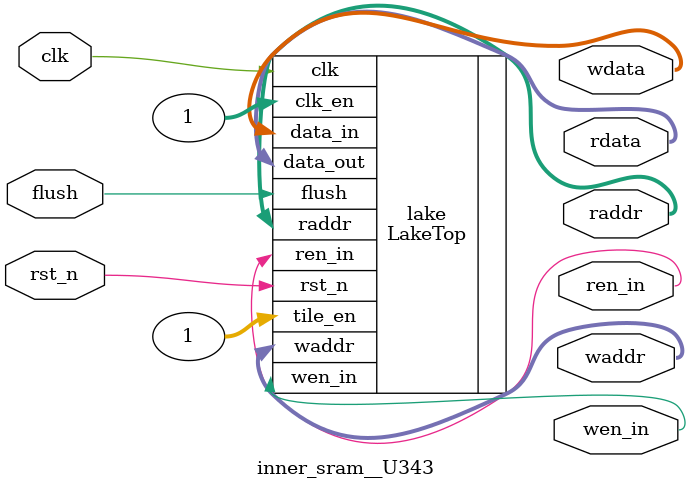
<source format=sv>
module inner_sram__U196(input logic clk, input logic flush, input logic rst_n, output logic [15:0] rdata, output logic [15:0] wdata, output logic [15:0] raddr, output logic [15:0] waddr, output logic ren_in, output logic wen_in);

  LakeTop lake(.clk(clk), .flush(flush), .rst_n(rst_n), .data_out(rdata), .data_in(wdata), .raddr(raddr), .waddr(waddr), .ren_in(ren_in), .wen_in(wen_in), .clk_en(1), .tile_en(1));

endmodule
module inner_sram__U235(input logic clk, input logic flush, input logic rst_n, output logic [15:0] rdata, output logic [15:0] wdata, output logic [15:0] raddr, output logic [15:0] waddr, output logic ren_in, output logic wen_in);

  LakeTop lake(.clk(clk), .flush(flush), .rst_n(rst_n), .data_out(rdata), .data_in(wdata), .raddr(raddr), .waddr(waddr), .ren_in(ren_in), .wen_in(wen_in), .clk_en(1), .tile_en(1));

endmodule
module inner_sram__U304(input logic clk, input logic flush, input logic rst_n, output logic [15:0] rdata, output logic [15:0] wdata, output logic [15:0] raddr, output logic [15:0] waddr, output logic ren_in, output logic wen_in);

  LakeTop lake(.clk(clk), .flush(flush), .rst_n(rst_n), .data_out(rdata), .data_in(wdata), .raddr(raddr), .waddr(waddr), .ren_in(ren_in), .wen_in(wen_in), .clk_en(1), .tile_en(1));

endmodule
module inner_sram__U343(input logic clk, input logic flush, input logic rst_n, output logic [15:0] rdata, output logic [15:0] wdata, output logic [15:0] raddr, output logic [15:0] waddr, output logic ren_in, output logic wen_in);

  LakeTop lake(.clk(clk), .flush(flush), .rst_n(rst_n), .data_out(rdata), .data_in(wdata), .raddr(raddr), .waddr(waddr), .ren_in(ren_in), .wen_in(wen_in), .clk_en(1), .tile_en(1));

endmodule

</source>
